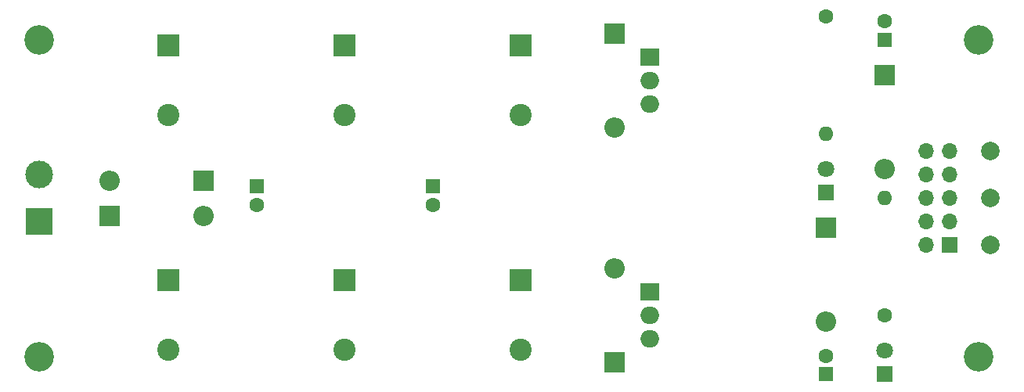
<source format=gbs>
G04 #@! TF.GenerationSoftware,KiCad,Pcbnew,(5.1.9)-1*
G04 #@! TF.CreationDate,2021-10-01T14:54:33+02:00*
G04 #@! TF.ProjectId,PSU,5053552e-6b69-4636-9164-5f7063625858,rev?*
G04 #@! TF.SameCoordinates,Original*
G04 #@! TF.FileFunction,Soldermask,Bot*
G04 #@! TF.FilePolarity,Negative*
%FSLAX46Y46*%
G04 Gerber Fmt 4.6, Leading zero omitted, Abs format (unit mm)*
G04 Created by KiCad (PCBNEW (5.1.9)-1) date 2021-10-01 14:54:33*
%MOMM*%
%LPD*%
G01*
G04 APERTURE LIST*
%ADD10C,3.200000*%
%ADD11C,1.600000*%
%ADD12R,1.600000X1.600000*%
%ADD13C,2.400000*%
%ADD14R,2.400000X2.400000*%
%ADD15C,1.800000*%
%ADD16R,1.800000X1.800000*%
%ADD17R,3.000000X3.000000*%
%ADD18C,3.000000*%
%ADD19R,1.700000X1.700000*%
%ADD20O,1.700000X1.700000*%
%ADD21O,2.000000X1.905000*%
%ADD22R,2.000000X1.905000*%
%ADD23O,1.600000X1.600000*%
%ADD24O,2.200000X2.200000*%
%ADD25R,2.200000X2.200000*%
%ADD26C,2.000000*%
G04 APERTURE END LIST*
D10*
X55245000Y-89535000D03*
X156845000Y-55245000D03*
X55245000Y-55245000D03*
X156845000Y-89535000D03*
D11*
X78740000Y-73120000D03*
D12*
X78740000Y-71120000D03*
D13*
X69215000Y-63380000D03*
D14*
X69215000Y-55880000D03*
D13*
X88265000Y-63380000D03*
D14*
X88265000Y-55880000D03*
X107315000Y-55880000D03*
D13*
X107315000Y-63380000D03*
D12*
X97790000Y-71120000D03*
D11*
X97790000Y-73120000D03*
D14*
X69215000Y-81280000D03*
D13*
X69215000Y-88780000D03*
D14*
X88265000Y-81280000D03*
D13*
X88265000Y-88780000D03*
X107315000Y-88780000D03*
D14*
X107315000Y-81280000D03*
D11*
X146685000Y-53245000D03*
D12*
X146685000Y-55245000D03*
X140335000Y-91440000D03*
D11*
X140335000Y-89440000D03*
D15*
X146685000Y-88900000D03*
D16*
X146685000Y-91440000D03*
X140335000Y-71755000D03*
D15*
X140335000Y-69215000D03*
D17*
X55245000Y-74930000D03*
D18*
X55245000Y-69850000D03*
D19*
X153670000Y-77470000D03*
D20*
X151130000Y-77470000D03*
X153670000Y-74930000D03*
X151130000Y-74930000D03*
X153670000Y-72390000D03*
X151130000Y-72390000D03*
X153670000Y-69850000D03*
X151130000Y-69850000D03*
X153670000Y-67310000D03*
X151130000Y-67310000D03*
D21*
X121285000Y-62230000D03*
X121285000Y-59690000D03*
D22*
X121285000Y-57150000D03*
X121285000Y-82550000D03*
D21*
X121285000Y-85090000D03*
X121285000Y-87630000D03*
D23*
X140335000Y-65405000D03*
D11*
X140335000Y-52705000D03*
X146685000Y-85090000D03*
D23*
X146685000Y-72390000D03*
D24*
X73025000Y-74295000D03*
D25*
X62865000Y-74295000D03*
X73025000Y-70485000D03*
D24*
X62865000Y-70485000D03*
D25*
X117475000Y-54610000D03*
D24*
X117475000Y-64770000D03*
X117475000Y-80010000D03*
D25*
X117475000Y-90170000D03*
D24*
X140335000Y-85725000D03*
D25*
X140335000Y-75565000D03*
X146685000Y-59055000D03*
D24*
X146685000Y-69215000D03*
D26*
X158115000Y-67310000D03*
X158115000Y-72390000D03*
X158115000Y-77470000D03*
M02*

</source>
